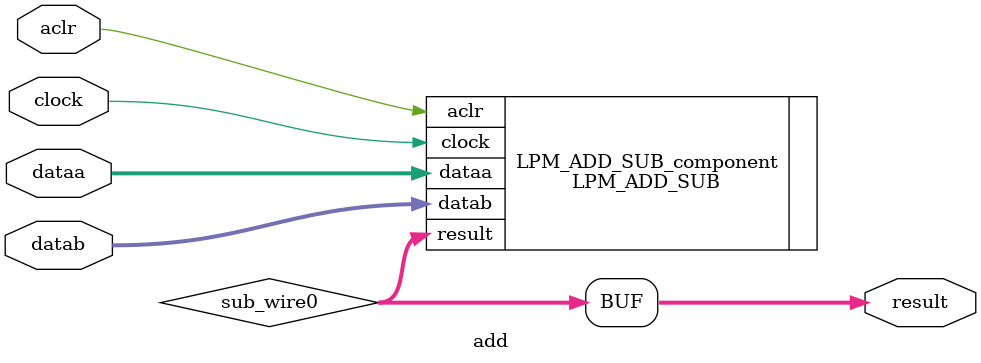
<source format=v>


module add(aclr, clock, dataa, datab, result);
   input         aclr;
   input         clock;
   input [23:0]  dataa;
   input [23:0]  datab;
   output [23:0] result;
   
   
   wire [23:0]   sub_wire0;
   
   assign result = sub_wire0[23:0];
   
   
   LPM_ADD_SUB #("ADD", "ONE_INPUT_IS_CONSTANT=NO,CIN_USED=NO", 1, "SIGNED", "LPM_ADD_SUB", 24) LPM_ADD_SUB_component(.aclr(aclr), .clock(clock), .datab(datab), .dataa(dataa), .result(sub_wire0));
   
endmodule

</source>
